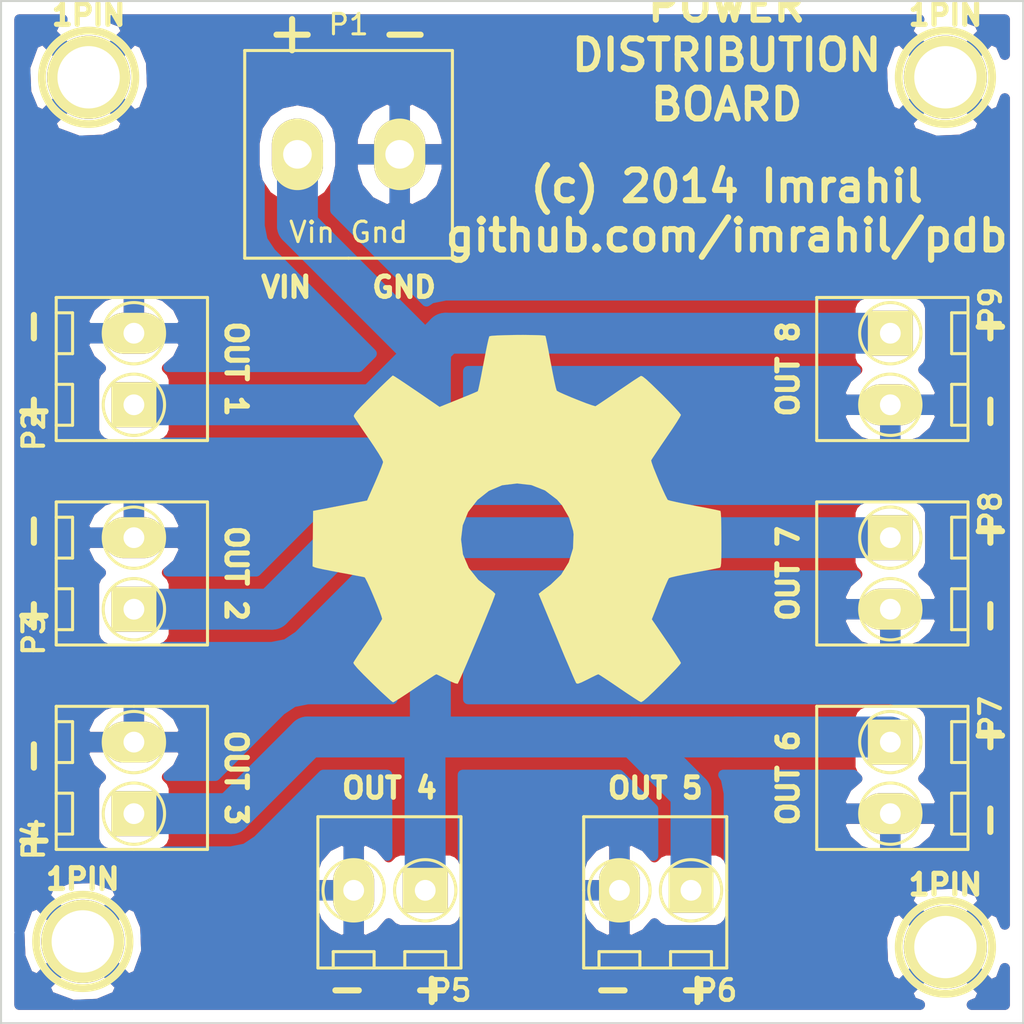
<source format=kicad_pcb>
(kicad_pcb (version 3) (host pcbnew "(2013-07-07 BZR 4022)-stable")

  (general
    (links 20)
    (no_connects 1)
    (area 108.35 119.65 161.65 170.085)
    (thickness 1.6)
    (drawings 24)
    (tracks 22)
    (zones 0)
    (modules 14)
    (nets 3)
  )

  (page A4)
  (title_block 
    (title Rozgałęziacz)
  )

  (layers
    (15 Gorna signal hide)
    (0 Dolna signal)
    (16 B.Adhes user)
    (17 F.Adhes user)
    (18 B.Paste user)
    (19 F.Paste user)
    (20 B.SilkS user)
    (21 F.SilkS user hide)
    (22 B.Mask user)
    (23 F.Mask user)
    (28 Edge.Cuts user)
  )

  (setup
    (last_trace_width 0.254)
    (trace_clearance 0.381)
    (zone_clearance 0.6)
    (zone_45_only no)
    (trace_min 0.254)
    (segment_width 0.2)
    (edge_width 0.1)
    (via_size 0.889)
    (via_drill 0.635)
    (via_min_size 0.889)
    (via_min_drill 0.508)
    (uvia_size 0.508)
    (uvia_drill 0.127)
    (uvias_allowed no)
    (uvia_min_size 0.508)
    (uvia_min_drill 0.127)
    (pcb_text_width 0.3)
    (pcb_text_size 1.5 1.5)
    (mod_edge_width 0.15)
    (mod_text_size 1 1)
    (mod_text_width 0.15)
    (pad_size 4.064 4.064)
    (pad_drill 3.048)
    (pad_to_mask_clearance 0)
    (aux_axis_origin 108 118)
    (visible_elements 7FFF7F6F)
    (pcbplotparams
      (layerselection 285179905)
      (usegerberextensions true)
      (excludeedgelayer true)
      (linewidth 0.150000)
      (plotframeref false)
      (viasonmask false)
      (mode 1)
      (useauxorigin true)
      (hpglpennumber 1)
      (hpglpenspeed 20)
      (hpglpendiameter 15)
      (hpglpenoverlay 2)
      (psnegative false)
      (psa4output false)
      (plotreference false)
      (plotvalue false)
      (plotothertext false)
      (plotinvisibletext false)
      (padsonsilk false)
      (subtractmaskfromsilk false)
      (outputformat 1)
      (mirror false)
      (drillshape 0)
      (scaleselection 1)
      (outputdirectory gerber/))
  )

  (net 0 "")
  (net 1 GND)
  (net 2 VCC)

  (net_class Default "To jest domyślna klasa połączeń."
    (clearance 0.381)
    (trace_width 0.254)
    (via_dia 0.889)
    (via_drill 0.635)
    (uvia_dia 0.508)
    (uvia_drill 0.127)
    (add_net "")
    (add_net GND)
  )

  (net_class power ""
    (clearance 0.381)
    (trace_width 2)
    (via_dia 0.889)
    (via_drill 0.635)
    (uvia_dia 0.508)
    (uvia_drill 0.127)
    (add_net VCC)
  )

  (module TB-3,5x2 (layer Gorna) (tedit 534C4BBD) (tstamp 534C3431)
    (at 116.5 138 90)
    (descr "3,5 mm x5 pinout")
    (tags "CONN 3,5 3.5 TB-3,5 TB")
    (path /534C0956)
    (fp_text reference P2 (at -3 -4.9 90) (layer F.SilkS)
      (effects (font (size 1.016 1.016) (thickness 0.2032)))
    )
    (fp_text value "OUT 1" (at 3.15 4.85 90) (layer F.SilkS) hide
      (effects (font (size 1.016 1.016) (thickness 0.2032)))
    )
    (fp_line (start -3.5 3.6) (end 3.5 3.6) (layer F.SilkS) (width 0.15))
    (fp_line (start -3.5 -3.8) (end 3.5 -3.8) (layer F.SilkS) (width 0.15))
    (fp_line (start 3.5 0) (end 3.5 3.6) (layer F.SilkS) (width 0.15))
    (fp_line (start 3.5 -3.8) (end 3.5 0) (layer F.SilkS) (width 0.15))
    (fp_circle (center -1.75 0) (end -0.25 0) (layer F.SilkS) (width 0.15))
    (fp_circle (center 1.75 0) (end 0.25 0) (layer F.SilkS) (width 0.15))
    (fp_line (start -2.75 -3) (end -0.75 -3) (layer F.SilkS) (width 0.15))
    (fp_line (start -2.75 -3) (end -2.75 -3.8) (layer F.SilkS) (width 0.15))
    (fp_line (start -0.75 -3) (end -0.75 -3.8) (layer F.SilkS) (width 0.15))
    (fp_line (start 2.75 -3) (end 2.75 -3.8) (layer F.SilkS) (width 0.15))
    (fp_line (start 0.75 -3) (end 0.75 -3.8) (layer F.SilkS) (width 0.15))
    (fp_line (start 0.75 -3) (end 2.75 -3) (layer F.SilkS) (width 0.15))
    (fp_line (start -3.5 -3.8) (end -3.5 0) (layer F.SilkS) (width 0.15))
    (fp_line (start -3.5 0) (end -3.5 3.6) (layer F.SilkS) (width 0.15))
    (pad 1 thru_hole rect (at -1.75 0 90) (size 2.2 2.2) (drill 1.016)
      (layers *.Cu *.Mask F.SilkS)
      (net 2 VCC)
    )
    (pad 2 thru_hole oval (at 1.75 0 90) (size 2 3) (drill 1.016)
      (layers *.Cu *.Mask F.SilkS)
      (net 1 GND)
    )
    (model pin_array/pins_array_2x1.wrl
      (at (xyz 0 0 0))
      (scale (xyz 1 1 1))
      (rotate (xyz 0 0 0))
    )
  )

  (module TB-3,5x2 (layer Gorna) (tedit 534C4BC2) (tstamp 534C1FBA)
    (at 116.5 148 90)
    (descr "3,5 mm x5 pinout")
    (tags "CONN 3,5 3.5 TB-3,5 TB")
    (path /534C0965)
    (fp_text reference P3 (at -3 -4.9 90) (layer F.SilkS)
      (effects (font (size 1.016 1.016) (thickness 0.2032)))
    )
    (fp_text value "OUT 2" (at 3.15 4.85 90) (layer F.SilkS) hide
      (effects (font (size 1.016 1.016) (thickness 0.2032)))
    )
    (fp_line (start -3.5 3.6) (end 3.5 3.6) (layer F.SilkS) (width 0.15))
    (fp_line (start -3.5 -3.8) (end 3.5 -3.8) (layer F.SilkS) (width 0.15))
    (fp_line (start 3.5 0) (end 3.5 3.6) (layer F.SilkS) (width 0.15))
    (fp_line (start 3.5 -3.8) (end 3.5 0) (layer F.SilkS) (width 0.15))
    (fp_circle (center -1.75 0) (end -0.25 0) (layer F.SilkS) (width 0.15))
    (fp_circle (center 1.75 0) (end 0.25 0) (layer F.SilkS) (width 0.15))
    (fp_line (start -2.75 -3) (end -0.75 -3) (layer F.SilkS) (width 0.15))
    (fp_line (start -2.75 -3) (end -2.75 -3.8) (layer F.SilkS) (width 0.15))
    (fp_line (start -0.75 -3) (end -0.75 -3.8) (layer F.SilkS) (width 0.15))
    (fp_line (start 2.75 -3) (end 2.75 -3.8) (layer F.SilkS) (width 0.15))
    (fp_line (start 0.75 -3) (end 0.75 -3.8) (layer F.SilkS) (width 0.15))
    (fp_line (start 0.75 -3) (end 2.75 -3) (layer F.SilkS) (width 0.15))
    (fp_line (start -3.5 -3.8) (end -3.5 0) (layer F.SilkS) (width 0.15))
    (fp_line (start -3.5 0) (end -3.5 3.6) (layer F.SilkS) (width 0.15))
    (pad 1 thru_hole rect (at -1.75 0 90) (size 2.2 2.2) (drill 1.016)
      (layers *.Cu *.Mask F.SilkS)
      (net 2 VCC)
    )
    (pad 2 thru_hole oval (at 1.75 0 90) (size 2 3) (drill 1.016)
      (layers *.Cu *.Mask F.SilkS)
      (net 1 GND)
    )
    (model pin_array/pins_array_2x1.wrl
      (at (xyz 0 0 0))
      (scale (xyz 1 1 1))
      (rotate (xyz 0 0 0))
    )
  )

  (module TB-3,5x2 (layer Gorna) (tedit 534C4BCA) (tstamp 534C1FCE)
    (at 116.5 158 90)
    (descr "3,5 mm x5 pinout")
    (tags "CONN 3,5 3.5 TB-3,5 TB")
    (path /534C0974)
    (fp_text reference P4 (at -3 -4.9 90) (layer F.SilkS)
      (effects (font (size 1.016 1.016) (thickness 0.2032)))
    )
    (fp_text value "OUT 3" (at 3.15 4.85 90) (layer F.SilkS) hide
      (effects (font (size 1.016 1.016) (thickness 0.2032)))
    )
    (fp_line (start -3.5 3.6) (end 3.5 3.6) (layer F.SilkS) (width 0.15))
    (fp_line (start -3.5 -3.8) (end 3.5 -3.8) (layer F.SilkS) (width 0.15))
    (fp_line (start 3.5 0) (end 3.5 3.6) (layer F.SilkS) (width 0.15))
    (fp_line (start 3.5 -3.8) (end 3.5 0) (layer F.SilkS) (width 0.15))
    (fp_circle (center -1.75 0) (end -0.25 0) (layer F.SilkS) (width 0.15))
    (fp_circle (center 1.75 0) (end 0.25 0) (layer F.SilkS) (width 0.15))
    (fp_line (start -2.75 -3) (end -0.75 -3) (layer F.SilkS) (width 0.15))
    (fp_line (start -2.75 -3) (end -2.75 -3.8) (layer F.SilkS) (width 0.15))
    (fp_line (start -0.75 -3) (end -0.75 -3.8) (layer F.SilkS) (width 0.15))
    (fp_line (start 2.75 -3) (end 2.75 -3.8) (layer F.SilkS) (width 0.15))
    (fp_line (start 0.75 -3) (end 0.75 -3.8) (layer F.SilkS) (width 0.15))
    (fp_line (start 0.75 -3) (end 2.75 -3) (layer F.SilkS) (width 0.15))
    (fp_line (start -3.5 -3.8) (end -3.5 0) (layer F.SilkS) (width 0.15))
    (fp_line (start -3.5 0) (end -3.5 3.6) (layer F.SilkS) (width 0.15))
    (pad 1 thru_hole rect (at -1.75 0 90) (size 2.2 2.2) (drill 1.016)
      (layers *.Cu *.Mask F.SilkS)
      (net 2 VCC)
    )
    (pad 2 thru_hole oval (at 1.75 0 90) (size 2 3) (drill 1.016)
      (layers *.Cu *.Mask F.SilkS)
      (net 1 GND)
    )
    (model pin_array/pins_array_2x1.wrl
      (at (xyz 0 0 0))
      (scale (xyz 1 1 1))
      (rotate (xyz 0 0 0))
    )
  )

  (module TB-3,5x2 (layer Gorna) (tedit 534C4BD0) (tstamp 534C1FE2)
    (at 129 163.5 180)
    (descr "3,5 mm x5 pinout")
    (tags "CONN 3,5 3.5 TB-3,5 TB")
    (path /534C0983)
    (fp_text reference P5 (at -3 -4.9 180) (layer F.SilkS)
      (effects (font (size 1.016 1.016) (thickness 0.2032)))
    )
    (fp_text value "OUT 4" (at 3.15 4.85 180) (layer F.SilkS) hide
      (effects (font (size 1.016 1.016) (thickness 0.2032)))
    )
    (fp_line (start -3.5 3.6) (end 3.5 3.6) (layer F.SilkS) (width 0.15))
    (fp_line (start -3.5 -3.8) (end 3.5 -3.8) (layer F.SilkS) (width 0.15))
    (fp_line (start 3.5 0) (end 3.5 3.6) (layer F.SilkS) (width 0.15))
    (fp_line (start 3.5 -3.8) (end 3.5 0) (layer F.SilkS) (width 0.15))
    (fp_circle (center -1.75 0) (end -0.25 0) (layer F.SilkS) (width 0.15))
    (fp_circle (center 1.75 0) (end 0.25 0) (layer F.SilkS) (width 0.15))
    (fp_line (start -2.75 -3) (end -0.75 -3) (layer F.SilkS) (width 0.15))
    (fp_line (start -2.75 -3) (end -2.75 -3.8) (layer F.SilkS) (width 0.15))
    (fp_line (start -0.75 -3) (end -0.75 -3.8) (layer F.SilkS) (width 0.15))
    (fp_line (start 2.75 -3) (end 2.75 -3.8) (layer F.SilkS) (width 0.15))
    (fp_line (start 0.75 -3) (end 0.75 -3.8) (layer F.SilkS) (width 0.15))
    (fp_line (start 0.75 -3) (end 2.75 -3) (layer F.SilkS) (width 0.15))
    (fp_line (start -3.5 -3.8) (end -3.5 0) (layer F.SilkS) (width 0.15))
    (fp_line (start -3.5 0) (end -3.5 3.6) (layer F.SilkS) (width 0.15))
    (pad 1 thru_hole rect (at -1.75 0 180) (size 2.2 2.2) (drill 1.016)
      (layers *.Cu *.Mask F.SilkS)
      (net 2 VCC)
    )
    (pad 2 thru_hole oval (at 1.75 0 180) (size 2 3) (drill 1.016)
      (layers *.Cu *.Mask F.SilkS)
      (net 1 GND)
    )
    (model pin_array/pins_array_2x1.wrl
      (at (xyz 0 0 0))
      (scale (xyz 1 1 1))
      (rotate (xyz 0 0 0))
    )
  )

  (module TB-3,5x2 (layer Gorna) (tedit 534C4BD4) (tstamp 534C1FF6)
    (at 142 163.5 180)
    (descr "3,5 mm x5 pinout")
    (tags "CONN 3,5 3.5 TB-3,5 TB")
    (path /534C0992)
    (fp_text reference P6 (at -3 -4.9 180) (layer F.SilkS)
      (effects (font (size 1.016 1.016) (thickness 0.2032)))
    )
    (fp_text value "OUT 5" (at 3.15 4.85 180) (layer F.SilkS) hide
      (effects (font (size 1.016 1.016) (thickness 0.2032)))
    )
    (fp_line (start -3.5 3.6) (end 3.5 3.6) (layer F.SilkS) (width 0.15))
    (fp_line (start -3.5 -3.8) (end 3.5 -3.8) (layer F.SilkS) (width 0.15))
    (fp_line (start 3.5 0) (end 3.5 3.6) (layer F.SilkS) (width 0.15))
    (fp_line (start 3.5 -3.8) (end 3.5 0) (layer F.SilkS) (width 0.15))
    (fp_circle (center -1.75 0) (end -0.25 0) (layer F.SilkS) (width 0.15))
    (fp_circle (center 1.75 0) (end 0.25 0) (layer F.SilkS) (width 0.15))
    (fp_line (start -2.75 -3) (end -0.75 -3) (layer F.SilkS) (width 0.15))
    (fp_line (start -2.75 -3) (end -2.75 -3.8) (layer F.SilkS) (width 0.15))
    (fp_line (start -0.75 -3) (end -0.75 -3.8) (layer F.SilkS) (width 0.15))
    (fp_line (start 2.75 -3) (end 2.75 -3.8) (layer F.SilkS) (width 0.15))
    (fp_line (start 0.75 -3) (end 0.75 -3.8) (layer F.SilkS) (width 0.15))
    (fp_line (start 0.75 -3) (end 2.75 -3) (layer F.SilkS) (width 0.15))
    (fp_line (start -3.5 -3.8) (end -3.5 0) (layer F.SilkS) (width 0.15))
    (fp_line (start -3.5 0) (end -3.5 3.6) (layer F.SilkS) (width 0.15))
    (pad 1 thru_hole rect (at -1.75 0 180) (size 2.2 2.2) (drill 1.016)
      (layers *.Cu *.Mask F.SilkS)
      (net 2 VCC)
    )
    (pad 2 thru_hole oval (at 1.75 0 180) (size 2 3) (drill 1.016)
      (layers *.Cu *.Mask F.SilkS)
      (net 1 GND)
    )
    (model pin_array/pins_array_2x1.wrl
      (at (xyz 0 0 0))
      (scale (xyz 1 1 1))
      (rotate (xyz 0 0 0))
    )
  )

  (module 2PIN-5mm (layer Gorna) (tedit 534C4C02) (tstamp 534C2002)
    (at 127 127.5)
    (descr http://www.tme.eu/pl/Document/2653ae3c3953812721c39bfb18cca9d2/dg128-5.0.pdf)
    (tags 2PIN-5mm)
    (path /534C0946)
    (fp_text reference P1 (at 0 -6.35) (layer F.SilkS)
      (effects (font (size 1 1) (thickness 0.15)))
    )
    (fp_text value "Vin Gnd" (at 0 3.81) (layer F.SilkS)
      (effects (font (size 1 1) (thickness 0.15)))
    )
    (fp_line (start 0 -5.08) (end 5.08 -5.08) (layer F.SilkS) (width 0.15))
    (fp_line (start 5.08 -5.08) (end 5.08 5.08) (layer F.SilkS) (width 0.15))
    (fp_line (start 5.08 5.08) (end 0 5.08) (layer F.SilkS) (width 0.15))
    (fp_line (start 0 5.08) (end -5.08 5.08) (layer F.SilkS) (width 0.15))
    (fp_line (start -5.08 5.08) (end -5.08 -5.08) (layer F.SilkS) (width 0.15))
    (fp_line (start -5.08 -5.08) (end 0 -5.08) (layer F.SilkS) (width 0.15))
    (pad 1 thru_hole oval (at -2.5 0) (size 2.5 3.5) (drill 1.4)
      (layers *.Cu *.Mask F.SilkS)
      (net 2 VCC)
    )
    (pad 2 thru_hole oval (at 2.5 0) (size 2.5 3.5) (drill 1.4)
      (layers *.Cu *.Mask F.SilkS)
      (net 1 GND)
    )
    (model pin_array/pins_array_2x1.wrl
      (at (xyz 0 0 0))
      (scale (xyz 1 1 1))
      (rotate (xyz 0 0 0))
    )
  )

  (module TB-3,5x2 (layer Gorna) (tedit 534C4BDA) (tstamp 534C25CE)
    (at 153.5 158 270)
    (descr "3,5 mm x5 pinout")
    (tags "CONN 3,5 3.5 TB-3,5 TB")
    (path /534C2504)
    (fp_text reference P7 (at -3 -4.9 270) (layer F.SilkS)
      (effects (font (size 1.016 1.016) (thickness 0.2032)))
    )
    (fp_text value "OUT 6" (at 3.15 4.85 270) (layer F.SilkS) hide
      (effects (font (size 1.016 1.016) (thickness 0.2032)))
    )
    (fp_line (start -3.5 3.6) (end 3.5 3.6) (layer F.SilkS) (width 0.15))
    (fp_line (start -3.5 -3.8) (end 3.5 -3.8) (layer F.SilkS) (width 0.15))
    (fp_line (start 3.5 0) (end 3.5 3.6) (layer F.SilkS) (width 0.15))
    (fp_line (start 3.5 -3.8) (end 3.5 0) (layer F.SilkS) (width 0.15))
    (fp_circle (center -1.75 0) (end -0.25 0) (layer F.SilkS) (width 0.15))
    (fp_circle (center 1.75 0) (end 0.25 0) (layer F.SilkS) (width 0.15))
    (fp_line (start -2.75 -3) (end -0.75 -3) (layer F.SilkS) (width 0.15))
    (fp_line (start -2.75 -3) (end -2.75 -3.8) (layer F.SilkS) (width 0.15))
    (fp_line (start -0.75 -3) (end -0.75 -3.8) (layer F.SilkS) (width 0.15))
    (fp_line (start 2.75 -3) (end 2.75 -3.8) (layer F.SilkS) (width 0.15))
    (fp_line (start 0.75 -3) (end 0.75 -3.8) (layer F.SilkS) (width 0.15))
    (fp_line (start 0.75 -3) (end 2.75 -3) (layer F.SilkS) (width 0.15))
    (fp_line (start -3.5 -3.8) (end -3.5 0) (layer F.SilkS) (width 0.15))
    (fp_line (start -3.5 0) (end -3.5 3.6) (layer F.SilkS) (width 0.15))
    (pad 1 thru_hole rect (at -1.75 0 270) (size 2.2 2.2) (drill 1.016)
      (layers *.Cu *.Mask F.SilkS)
      (net 2 VCC)
    )
    (pad 2 thru_hole oval (at 1.75 0 270) (size 2 3) (drill 1.016)
      (layers *.Cu *.Mask F.SilkS)
      (net 1 GND)
    )
    (model pin_array/pins_array_2x1.wrl
      (at (xyz 0 0 0))
      (scale (xyz 1 1 1))
      (rotate (xyz 0 0 0))
    )
  )

  (module TB-3,5x2 (layer Gorna) (tedit 534C4BDE) (tstamp 534C25E2)
    (at 153.5 148 270)
    (descr "3,5 mm x5 pinout")
    (tags "CONN 3,5 3.5 TB-3,5 TB")
    (path /534C250A)
    (fp_text reference P8 (at -3 -4.9 270) (layer F.SilkS)
      (effects (font (size 1.016 1.016) (thickness 0.2032)))
    )
    (fp_text value "OUT 7" (at 3.15 4.85 270) (layer F.SilkS) hide
      (effects (font (size 1.016 1.016) (thickness 0.2032)))
    )
    (fp_line (start -3.5 3.6) (end 3.5 3.6) (layer F.SilkS) (width 0.15))
    (fp_line (start -3.5 -3.8) (end 3.5 -3.8) (layer F.SilkS) (width 0.15))
    (fp_line (start 3.5 0) (end 3.5 3.6) (layer F.SilkS) (width 0.15))
    (fp_line (start 3.5 -3.8) (end 3.5 0) (layer F.SilkS) (width 0.15))
    (fp_circle (center -1.75 0) (end -0.25 0) (layer F.SilkS) (width 0.15))
    (fp_circle (center 1.75 0) (end 0.25 0) (layer F.SilkS) (width 0.15))
    (fp_line (start -2.75 -3) (end -0.75 -3) (layer F.SilkS) (width 0.15))
    (fp_line (start -2.75 -3) (end -2.75 -3.8) (layer F.SilkS) (width 0.15))
    (fp_line (start -0.75 -3) (end -0.75 -3.8) (layer F.SilkS) (width 0.15))
    (fp_line (start 2.75 -3) (end 2.75 -3.8) (layer F.SilkS) (width 0.15))
    (fp_line (start 0.75 -3) (end 0.75 -3.8) (layer F.SilkS) (width 0.15))
    (fp_line (start 0.75 -3) (end 2.75 -3) (layer F.SilkS) (width 0.15))
    (fp_line (start -3.5 -3.8) (end -3.5 0) (layer F.SilkS) (width 0.15))
    (fp_line (start -3.5 0) (end -3.5 3.6) (layer F.SilkS) (width 0.15))
    (pad 1 thru_hole rect (at -1.75 0 270) (size 2.2 2.2) (drill 1.016)
      (layers *.Cu *.Mask F.SilkS)
      (net 2 VCC)
    )
    (pad 2 thru_hole oval (at 1.75 0 270) (size 2 3) (drill 1.016)
      (layers *.Cu *.Mask F.SilkS)
      (net 1 GND)
    )
    (model pin_array/pins_array_2x1.wrl
      (at (xyz 0 0 0))
      (scale (xyz 1 1 1))
      (rotate (xyz 0 0 0))
    )
  )

  (module TB-3,5x2 (layer Gorna) (tedit 534C4BE3) (tstamp 534C2663)
    (at 153.5 138 270)
    (descr "3,5 mm x5 pinout")
    (tags "CONN 3,5 3.5 TB-3,5 TB")
    (path /534C26AC)
    (fp_text reference P9 (at -3 -4.9 270) (layer F.SilkS)
      (effects (font (size 1.016 1.016) (thickness 0.2032)))
    )
    (fp_text value "OUT 8" (at 3.15 4.85 270) (layer F.SilkS) hide
      (effects (font (size 1.016 1.016) (thickness 0.2032)))
    )
    (fp_line (start -3.5 3.6) (end 3.5 3.6) (layer F.SilkS) (width 0.15))
    (fp_line (start -3.5 -3.8) (end 3.5 -3.8) (layer F.SilkS) (width 0.15))
    (fp_line (start 3.5 0) (end 3.5 3.6) (layer F.SilkS) (width 0.15))
    (fp_line (start 3.5 -3.8) (end 3.5 0) (layer F.SilkS) (width 0.15))
    (fp_circle (center -1.75 0) (end -0.25 0) (layer F.SilkS) (width 0.15))
    (fp_circle (center 1.75 0) (end 0.25 0) (layer F.SilkS) (width 0.15))
    (fp_line (start -2.75 -3) (end -0.75 -3) (layer F.SilkS) (width 0.15))
    (fp_line (start -2.75 -3) (end -2.75 -3.8) (layer F.SilkS) (width 0.15))
    (fp_line (start -0.75 -3) (end -0.75 -3.8) (layer F.SilkS) (width 0.15))
    (fp_line (start 2.75 -3) (end 2.75 -3.8) (layer F.SilkS) (width 0.15))
    (fp_line (start 0.75 -3) (end 0.75 -3.8) (layer F.SilkS) (width 0.15))
    (fp_line (start 0.75 -3) (end 2.75 -3) (layer F.SilkS) (width 0.15))
    (fp_line (start -3.5 -3.8) (end -3.5 0) (layer F.SilkS) (width 0.15))
    (fp_line (start -3.5 0) (end -3.5 3.6) (layer F.SilkS) (width 0.15))
    (pad 1 thru_hole rect (at -1.75 0 270) (size 2.2 2.2) (drill 1.016)
      (layers *.Cu *.Mask F.SilkS)
      (net 2 VCC)
    )
    (pad 2 thru_hole oval (at 1.75 0 270) (size 2 3) (drill 1.016)
      (layers *.Cu *.Mask F.SilkS)
      (net 1 GND)
    )
    (model pin_array/pins_array_2x1.wrl
      (at (xyz 0 0 0))
      (scale (xyz 1 1 1))
      (rotate (xyz 0 0 0))
    )
  )

  (module 1pin (layer Gorna) (tedit 534C4D03) (tstamp 534D07AA)
    (at 114.285 123.73)
    (descr "module 1 pin (ou trou mecanique de percage)")
    (tags DEV)
    (path 1pin)
    (fp_text reference 1PIN (at 0 -3.048) (layer F.SilkS)
      (effects (font (size 1.016 1.016) (thickness 0.254)))
    )
    (fp_text value P*** (at 0 2.794) (layer F.SilkS) hide
      (effects (font (size 1.016 1.016) (thickness 0.254)))
    )
    (fp_circle (center 0 0) (end 0 -2.286) (layer F.SilkS) (width 0.381))
    (pad 1 thru_hole circle (at 0 0) (size 4.064 4.064) (drill 3.048)
      (layers *.Cu *.Mask F.SilkS)
      (net 1 GND)
    )
  )

  (module 1pin (layer Gorna) (tedit 534C4CC6) (tstamp 534D07BC)
    (at 156.195 123.73)
    (descr "module 1 pin (ou trou mecanique de percage)")
    (tags DEV)
    (path 1pin)
    (fp_text reference 1PIN (at 0 -3.048) (layer F.SilkS)
      (effects (font (size 1.016 1.016) (thickness 0.254)))
    )
    (fp_text value P*** (at 0 2.794) (layer F.SilkS) hide
      (effects (font (size 1.016 1.016) (thickness 0.254)))
    )
    (fp_circle (center 0 0) (end 0 -2.286) (layer F.SilkS) (width 0.381))
    (pad 1 thru_hole circle (at 0 0) (size 4.064 4.064) (drill 3.048)
      (layers *.Cu *.Mask F.SilkS)
      (net 1 GND)
    )
  )

  (module 1pin (layer Gorna) (tedit 534C4EC5) (tstamp 534D07F7)
    (at 156.195 166.275)
    (descr "module 1 pin (ou trou mecanique de percage)")
    (tags DEV)
    (path 1pin)
    (fp_text reference 1PIN (at 0 -3.048) (layer F.SilkS)
      (effects (font (size 1.016 1.016) (thickness 0.254)))
    )
    (fp_text value P*** (at 0 2.794) (layer F.SilkS) hide
      (effects (font (size 1.016 1.016) (thickness 0.254)))
    )
    (fp_circle (center 0 0) (end 0 -2.286) (layer F.SilkS) (width 0.381))
    (pad 1 thru_hole circle (at 0 0) (size 4.064 4.064) (drill 3.048)
      (layers *.Cu *.Mask F.SilkS)
      (net 1 GND)
    )
  )

  (module 1pin (layer Gorna) (tedit 534C4EC1) (tstamp 534D0882)
    (at 114 166)
    (descr "module 1 pin (ou trou mecanique de percage)")
    (tags DEV)
    (path 1pin)
    (fp_text reference 1PIN (at 0 -3.048) (layer F.SilkS)
      (effects (font (size 1.016 1.016) (thickness 0.254)))
    )
    (fp_text value P*** (at 0 2.794) (layer F.SilkS) hide
      (effects (font (size 1.016 1.016) (thickness 0.254)))
    )
    (fp_circle (center 0 0) (end 0 -2.286) (layer F.SilkS) (width 0.381))
    (pad 1 thru_hole circle (at 0 0) (size 4.064 4.064) (drill 3.048)
      (layers *.Cu *.Mask F.SilkS)
      (net 1 GND)
    )
  )

  (module OSHW-logo_silkscreen-front_20mm (layer Gorna) (tedit 0) (tstamp 53548233)
    (at 135.24 145.32)
    (fp_text reference G*** (at 0 10.60704) (layer F.SilkS) hide
      (effects (font (size 0.91186 0.91186) (thickness 0.18034)))
    )
    (fp_text value OSHW-logo_silkscreen-front_20mm (at 0 -10.60704) (layer F.SilkS) hide
      (effects (font (size 0.91186 0.91186) (thickness 0.18034)))
    )
    (fp_poly (pts (xy -6.06298 8.98398) (xy -5.95884 8.9281) (xy -5.72262 8.78078) (xy -5.38988 8.56234)
      (xy -4.99618 8.29818) (xy -4.59994 8.03148) (xy -4.27228 7.81304) (xy -4.04622 7.66572)
      (xy -3.9497 7.61238) (xy -3.8989 7.63016) (xy -3.71094 7.7216) (xy -3.43662 7.86384)
      (xy -3.27914 7.94766) (xy -3.02768 8.05434) (xy -2.90322 8.0772) (xy -2.8829 8.04164)
      (xy -2.79146 7.85114) (xy -2.64668 7.52348) (xy -2.45872 7.08914) (xy -2.24282 6.58114)
      (xy -2.01168 6.03504) (xy -1.778 5.47624) (xy -1.55702 4.94284) (xy -1.36144 4.46532)
      (xy -1.20396 4.0767) (xy -1.10236 3.80492) (xy -1.06426 3.68808) (xy -1.07442 3.66522)
      (xy -1.20142 3.5433) (xy -1.41986 3.3782) (xy -1.8923 2.99466) (xy -2.35966 2.41046)
      (xy -2.64414 1.74752) (xy -2.73812 1.01346) (xy -2.65684 0.3302) (xy -2.39014 -0.32766)
      (xy -1.93294 -0.91694) (xy -1.37922 -1.35636) (xy -0.72898 -1.63322) (xy -0.00254 -1.72212)
      (xy 0.6985 -1.64338) (xy 1.36906 -1.37922) (xy 1.95834 -0.92964) (xy 2.20472 -0.64262)
      (xy 2.55016 -0.04572) (xy 2.74574 0.5969) (xy 2.76606 0.75946) (xy 2.73812 1.4605)
      (xy 2.52984 2.1336) (xy 2.159 2.73812) (xy 1.64338 3.23088) (xy 1.57988 3.2766)
      (xy 1.34112 3.4544) (xy 1.1811 3.57632) (xy 1.05664 3.68046) (xy 1.95072 5.83184)
      (xy 2.09296 6.17474) (xy 2.3368 6.76402) (xy 2.55524 7.26948) (xy 2.72542 7.67334)
      (xy 2.8448 7.94258) (xy 2.89814 8.0518) (xy 2.90322 8.05688) (xy 2.98196 8.07212)
      (xy 3.14706 8.01116) (xy 3.44678 7.86638) (xy 3.6449 7.76478) (xy 3.8735 7.65302)
      (xy 3.97764 7.61238) (xy 4.064 7.66064) (xy 4.28498 7.80288) (xy 4.60502 8.01624)
      (xy 4.98856 8.27786) (xy 5.35432 8.52678) (xy 5.69214 8.7503) (xy 5.93852 8.90778)
      (xy 6.0579 8.97128) (xy 6.07568 8.97128) (xy 6.18236 8.91286) (xy 6.3754 8.7503)
      (xy 6.67004 8.47344) (xy 7.08406 8.0645) (xy 7.14756 8.001) (xy 7.48792 7.65302)
      (xy 7.76478 7.36346) (xy 7.9502 7.15518) (xy 8.01878 7.0612) (xy 8.01878 7.0612)
      (xy 7.95782 6.94436) (xy 7.80288 6.70052) (xy 7.57936 6.35762) (xy 7.30504 5.95884)
      (xy 6.59384 4.92252) (xy 6.985 3.94462) (xy 7.10438 3.6449) (xy 7.25678 3.28168)
      (xy 7.37108 3.0226) (xy 7.4295 2.91084) (xy 7.53618 2.87274) (xy 7.80288 2.80924)
      (xy 8.1915 2.72796) (xy 8.65378 2.6416) (xy 9.0932 2.56032) (xy 9.49198 2.48666)
      (xy 9.779 2.42824) (xy 9.90854 2.40284) (xy 9.93902 2.38506) (xy 9.96696 2.32156)
      (xy 9.9822 2.18694) (xy 9.99236 1.94564) (xy 9.99744 1.56464) (xy 9.99744 1.01346)
      (xy 9.99744 0.9525) (xy 9.99236 0.42672) (xy 9.98474 0.00762) (xy 9.9695 -0.26924)
      (xy 9.95172 -0.37592) (xy 9.94918 -0.37846) (xy 9.82472 -0.40894) (xy 9.54532 -0.46736)
      (xy 9.14654 -0.5461) (xy 8.67156 -0.635) (xy 8.64362 -0.64262) (xy 8.16864 -0.73152)
      (xy 7.7724 -0.81534) (xy 7.49554 -0.87884) (xy 7.3787 -0.9144) (xy 7.3533 -0.94996)
      (xy 7.25932 -1.13284) (xy 7.12216 -1.42748) (xy 6.96468 -1.78562) (xy 6.81228 -2.15646)
      (xy 6.67766 -2.4892) (xy 6.58876 -2.74066) (xy 6.56082 -2.85242) (xy 6.56336 -2.85496)
      (xy 6.63448 -2.96926) (xy 6.79704 -3.2131) (xy 7.02564 -3.55346) (xy 7.3025 -3.95732)
      (xy 7.32282 -3.9878) (xy 7.5946 -4.38658) (xy 7.81558 -4.7244) (xy 7.9629 -4.9657)
      (xy 8.01878 -5.07492) (xy 8.01624 -5.08254) (xy 7.92734 -5.20192) (xy 7.7216 -5.42798)
      (xy 7.43204 -5.73278) (xy 7.08152 -6.08584) (xy 6.96976 -6.19506) (xy 6.58114 -6.57352)
      (xy 6.3119 -6.82244) (xy 6.14426 -6.95452) (xy 6.06298 -6.985) (xy 6.06044 -6.98246)
      (xy 5.93852 -6.9088) (xy 5.68706 -6.74624) (xy 5.34416 -6.51256) (xy 4.93776 -6.23824)
      (xy 4.90982 -6.21792) (xy 4.51104 -5.94614) (xy 4.1783 -5.72262) (xy 3.94208 -5.56514)
      (xy 3.83794 -5.50164) (xy 3.82016 -5.50164) (xy 3.6576 -5.5499) (xy 3.37312 -5.64896)
      (xy 3.0226 -5.78612) (xy 2.6543 -5.93344) (xy 2.31902 -6.07568) (xy 2.06502 -6.18998)
      (xy 1.94564 -6.25856) (xy 1.9431 -6.26364) (xy 1.89992 -6.40588) (xy 1.83134 -6.7056)
      (xy 1.74752 -7.11708) (xy 1.65354 -7.6073) (xy 1.6383 -7.68604) (xy 1.5494 -8.16356)
      (xy 1.4732 -8.55472) (xy 1.41732 -8.82904) (xy 1.38938 -8.9408) (xy 1.32334 -8.95604)
      (xy 1.08712 -8.97382) (xy 0.73152 -8.98144) (xy 0.30226 -8.98652) (xy -0.1524 -8.98398)
      (xy -0.59436 -8.97382) (xy -0.97282 -8.96112) (xy -1.24206 -8.94334) (xy -1.35382 -8.92048)
      (xy -1.3589 -8.91286) (xy -1.39954 -8.76554) (xy -1.46558 -8.46582) (xy -1.5494 -8.0518)
      (xy -1.64338 -7.56158) (xy -1.66116 -7.47522) (xy -1.75006 -7.00024) (xy -1.8288 -6.60908)
      (xy -1.88722 -6.34238) (xy -1.9177 -6.2357) (xy -1.96088 -6.21284) (xy -2.15646 -6.12902)
      (xy -2.47396 -5.99694) (xy -2.8702 -5.83692) (xy -3.78714 -5.46608) (xy -4.90728 -6.2357)
      (xy -5.01142 -6.30428) (xy -5.41528 -6.5786) (xy -5.74548 -6.79958) (xy -5.97662 -6.94944)
      (xy -6.07314 -7.00278) (xy -6.08076 -7.00024) (xy -6.19252 -6.90118) (xy -6.4135 -6.6929)
      (xy -6.7183 -6.39826) (xy -7.07136 -6.0452) (xy -7.33298 -5.78358) (xy -7.64286 -5.46862)
      (xy -7.83844 -5.2578) (xy -7.94512 -5.12064) (xy -7.98322 -5.03936) (xy -7.97306 -4.98348)
      (xy -7.90194 -4.86918) (xy -7.73684 -4.6228) (xy -7.5057 -4.28244) (xy -7.23138 -3.8862)
      (xy -7.00786 -3.55346) (xy -6.76402 -3.17754) (xy -6.604 -2.9083) (xy -6.55066 -2.77622)
      (xy -6.56336 -2.72288) (xy -6.6421 -2.5019) (xy -6.77672 -2.16916) (xy -6.94436 -1.77546)
      (xy -7.33552 -0.88646) (xy -7.91718 -0.7747) (xy -8.27024 -0.70612) (xy -8.763 -0.61214)
      (xy -9.23544 -0.5207) (xy -9.97458 -0.37846) (xy -9.99998 2.33426) (xy -9.88568 2.38252)
      (xy -9.77646 2.413) (xy -9.50214 2.47396) (xy -9.11352 2.55016) (xy -8.65378 2.63906)
      (xy -8.26008 2.71018) (xy -7.86638 2.78638) (xy -7.5819 2.83972) (xy -7.45744 2.86766)
      (xy -7.42442 2.91084) (xy -7.32536 3.10134) (xy -7.18566 3.40614) (xy -7.02818 3.7719)
      (xy -6.8707 4.15036) (xy -6.731 4.50088) (xy -6.63448 4.76758) (xy -6.59638 4.90474)
      (xy -6.65226 5.00888) (xy -6.79958 5.24256) (xy -7.01802 5.57276) (xy -7.28726 5.96646)
      (xy -7.5565 6.35762) (xy -7.78256 6.6929) (xy -7.94004 6.9342) (xy -8.00608 7.04596)
      (xy -7.97306 7.11962) (xy -7.81558 7.31012) (xy -7.52094 7.61746) (xy -7.07898 8.05434)
      (xy -7.00786 8.12292) (xy -6.65734 8.46074) (xy -6.36016 8.73252) (xy -6.15442 8.91794)
      (xy -6.06298 8.98398)) (layer F.SilkS) (width 0.00254))
  )

  (gr_text "+  -" (at 127 121.5) (layer F.SilkS)
    (effects (font (size 2 2) (thickness 0.3)))
  )
  (gr_text "VIN    GND" (at 127 134) (layer F.SilkS)
    (effects (font (size 1 1) (thickness 0.25)))
  )
  (gr_text "+  -" (at 158.5 138 270) (layer F.SilkS)
    (effects (font (size 1.5 1.5) (thickness 0.3)))
  )
  (gr_text "+  -" (at 158.5 148 270) (layer F.SilkS)
    (effects (font (size 1.5 1.5) (thickness 0.3)))
  )
  (gr_text "+  -" (at 158.5 158 270) (layer F.SilkS)
    (effects (font (size 1.5 1.5) (thickness 0.3)))
  )
  (gr_text "+  -" (at 142 168.5 180) (layer F.SilkS)
    (effects (font (size 1.5 1.5) (thickness 0.3)))
  )
  (gr_text "+  -" (at 129 168.5 180) (layer F.SilkS)
    (effects (font (size 1.5 1.5) (thickness 0.3)))
  )
  (gr_text "+  -" (at 111.5 159 90) (layer F.SilkS)
    (effects (font (size 1.5 1.5) (thickness 0.3)))
  )
  (gr_text "+  -" (at 111.5 148 90) (layer F.SilkS)
    (effects (font (size 1.5 1.5) (thickness 0.3)))
  )
  (gr_text "+  -" (at 111.5 138 90) (layer F.SilkS)
    (effects (font (size 1.5 1.5) (thickness 0.3)))
  )
  (gr_text "(c) 2014 Imrahil\ngithub.com/imrahil/pdb" (at 145.495 130.27) (layer F.SilkS)
    (effects (font (size 1.5 1.5) (thickness 0.3)))
  )
  (gr_text "POWER\nDISTRIBUTION\nBOARD" (at 145.495 122.65) (layer F.SilkS)
    (effects (font (size 1.5 1.5) (thickness 0.3)))
  )
  (gr_text "OUT 5" (at 142 158.5) (layer F.SilkS)
    (effects (font (size 1 1) (thickness 0.25)))
  )
  (gr_text "OUT 4" (at 129 158.5) (layer F.SilkS)
    (effects (font (size 1 1) (thickness 0.25)))
  )
  (gr_text "OUT 3" (at 121.5 158 270) (layer F.SilkS)
    (effects (font (size 1 1) (thickness 0.25)))
  )
  (gr_text "OUT 2" (at 121.5 148 270) (layer F.SilkS)
    (effects (font (size 1 1) (thickness 0.25)))
  )
  (gr_text "OUT 1" (at 121.5 138 270) (layer F.SilkS)
    (effects (font (size 1 1) (thickness 0.25)))
  )
  (gr_text "OUT 6" (at 148.5 158 90) (layer F.SilkS)
    (effects (font (size 1 1) (thickness 0.25)))
  )
  (gr_text "OUT 7" (at 148.5 148 90) (layer F.SilkS)
    (effects (font (size 1 1) (thickness 0.25)))
  )
  (gr_text "OUT 8" (at 148.5 138 90) (layer F.SilkS)
    (effects (font (size 1 1) (thickness 0.25)))
  )
  (gr_line (start 160 170) (end 110 170) (angle 90) (layer Edge.Cuts) (width 0.1))
  (gr_line (start 160 120) (end 160 170) (angle 90) (layer Edge.Cuts) (width 0.1))
  (gr_line (start 110 120) (end 160 120) (angle 90) (layer Edge.Cuts) (width 0.1))
  (gr_line (start 110 120) (end 110 170) (angle 90) (layer Edge.Cuts) (width 0.1))

  (segment (start 153.5 136.25) (end 131.75 136.25) (width 2) (layer Dolna) (net 2))
  (segment (start 131.75 136.25) (end 131 137) (width 2) (layer Dolna) (net 2) (tstamp 53548466))
  (segment (start 124.5 127.5) (end 124.5 131) (width 2) (layer Dolna) (net 2))
  (segment (start 124.5 131) (end 131 137.5) (width 2) (layer Dolna) (net 2) (tstamp 53548455))
  (segment (start 143.75 163.5) (end 143.75 158.75) (width 2) (layer Dolna) (net 2))
  (segment (start 143.75 158.75) (end 141 156) (width 2) (layer Dolna) (net 2) (tstamp 53548429))
  (segment (start 116.5 159.75) (end 121.25 159.75) (width 2) (layer Dolna) (net 2) (status 10))
  (segment (start 125 156) (end 131 156) (width 2) (layer Dolna) (net 2))
  (segment (start 121.25 159.75) (end 125 156) (width 2) (layer Dolna) (net 2) (tstamp 53548357))
  (segment (start 130.75 163.5) (end 130.735 156.265) (width 2) (layer Dolna) (net 2) (status 10))
  (segment (start 130.735 156.265) (end 131 156) (width 2) (layer Dolna) (net 2) (tstamp 53548339))
  (segment (start 141 156) (end 131 156) (width 2) (layer Dolna) (net 2))
  (segment (start 131 156) (end 131 137.5) (width 2) (layer Dolna) (net 2))
  (segment (start 131 137.5) (end 131 137) (width 2) (layer Dolna) (net 2) (tstamp 53548458))
  (segment (start 116.5 139.75) (end 128.25 139.75) (width 2) (layer Dolna) (net 2) (status 10))
  (segment (start 128.25 139.75) (end 131 137) (width 2) (layer Dolna) (net 2) (tstamp 53548325))
  (segment (start 116.5 149.75) (end 123.25 149.75) (width 2) (layer Dolna) (net 2) (status 10))
  (segment (start 126.75 146.25) (end 131.553338 146.25) (width 2) (layer Dolna) (net 2) (tstamp 534D0922))
  (segment (start 123.25 149.75) (end 126.75 146.25) (width 2) (layer Dolna) (net 2) (tstamp 534D0921))
  (segment (start 153.5 146.25) (end 131.553338 146.25) (width 2) (layer Dolna) (net 2) (status 10))
  (segment (start 146 156) (end 141 156) (width 2) (layer Dolna) (net 2) (tstamp 534C301D))
  (segment (start 153.5 156) (end 146 156) (width 2) (layer Dolna) (net 2) (tstamp 534D086D) (status 10))

  (zone (net 1) (net_name GND) (layer Dolna) (tstamp 53548283) (hatch edge 0.508)
    (connect_pads (clearance 0.6))
    (min_thickness 0.5)
    (fill (arc_segments 16) (thermal_gap 0.8) (thermal_bridge_width 1))
    (polygon
      (pts
        (xy 110 120) (xy 110 170) (xy 160 170) (xy 160 120)
      )
    )
    (filled_polygon
      (pts
        (xy 159.1 169.1) (xy 157.48659 169.1) (xy 157.833935 168.956125) (xy 158.046918 168.480471) (xy 156.195 166.628553)
        (xy 155.841447 166.982106) (xy 155.841447 166.275) (xy 153.989529 164.423082) (xy 153.513875 164.636065) (xy 153.25 165.353761)
        (xy 153.25 161.8) (xy 153.25 160) (xy 151.230069 160) (xy 151.029461 160.315219) (xy 151.373654 161.022792)
        (xy 151.984529 161.548282) (xy 152.75 161.8) (xy 153.25 161.8) (xy 153.25 165.353761) (xy 153.090769 165.786844)
        (xy 153.140256 167.01194) (xy 153.513875 167.913935) (xy 153.989529 168.126918) (xy 155.841447 166.275) (xy 155.841447 166.982106)
        (xy 154.343082 168.480471) (xy 154.556065 168.956125) (xy 154.947381 169.1) (xy 140 169.1) (xy 140 165.769931)
        (xy 140 163.75) (xy 140 163.25) (xy 140 161.230069) (xy 139.684781 161.029461) (xy 138.977208 161.373654)
        (xy 138.451718 161.984529) (xy 138.2 162.75) (xy 138.2 163.25) (xy 140 163.25) (xy 140 163.75)
        (xy 138.2 163.75) (xy 138.2 164.25) (xy 138.451718 165.015471) (xy 138.977208 165.626346) (xy 139.684781 165.970539)
        (xy 140 165.769931) (xy 140 169.1) (xy 127 169.1) (xy 127 165.769931) (xy 127 163.75)
        (xy 127 163.25) (xy 127 161.230069) (xy 126.684781 161.029461) (xy 125.977208 161.373654) (xy 125.451718 161.984529)
        (xy 125.2 162.75) (xy 125.2 163.25) (xy 127 163.25) (xy 127 163.75) (xy 125.2 163.75)
        (xy 125.2 164.25) (xy 125.451718 165.015471) (xy 125.977208 165.626346) (xy 126.684781 165.970539) (xy 127 165.769931)
        (xy 127 169.1) (xy 117.104231 169.1) (xy 117.104231 166.488156) (xy 117.054744 165.26306) (xy 116.681125 164.361065)
        (xy 116.205471 164.148082) (xy 115.851918 164.501635) (xy 115.851918 163.794529) (xy 115.638935 163.318875) (xy 114.488156 162.895769)
        (xy 113.26306 162.945256) (xy 112.361065 163.318875) (xy 112.148082 163.794529) (xy 114 165.646447) (xy 115.851918 163.794529)
        (xy 115.851918 164.501635) (xy 114.353553 166) (xy 116.205471 167.851918) (xy 116.681125 167.638935) (xy 117.104231 166.488156)
        (xy 117.104231 169.1) (xy 113.616586 169.1) (xy 114.73694 169.054744) (xy 115.638935 168.681125) (xy 115.851918 168.205471)
        (xy 114 166.353553) (xy 112.148082 168.205471) (xy 112.361065 168.681125) (xy 113.500336 169.1) (xy 110.9 169.1)
        (xy 110.9 165.616586) (xy 110.945256 166.73694) (xy 111.318875 167.638935) (xy 111.794529 167.851918) (xy 113.646447 166)
        (xy 111.794529 164.148082) (xy 111.318875 164.361065) (xy 110.9 165.500336) (xy 110.9 120.9) (xy 113.00548 120.9)
        (xy 112.646065 121.048875) (xy 112.433082 121.524529) (xy 114.285 123.376447) (xy 116.136918 121.524529) (xy 115.923935 121.048875)
        (xy 115.519019 120.9) (xy 154.91548 120.9) (xy 154.556065 121.048875) (xy 154.343082 121.524529) (xy 156.195 123.376447)
        (xy 158.046918 121.524529) (xy 157.833935 121.048875) (xy 157.429019 120.9) (xy 159.1 120.9) (xy 159.1 122.631546)
        (xy 158.876125 122.091065) (xy 158.400471 121.878082) (xy 156.548553 123.73) (xy 158.400471 125.581918) (xy 158.876125 125.368935)
        (xy 159.1 124.760031) (xy 159.1 165.176546) (xy 158.876125 164.636065) (xy 158.400471 164.423082) (xy 158.046918 164.776635)
        (xy 158.046918 164.069529) (xy 158.046918 125.935471) (xy 156.195 124.083553) (xy 155.841447 124.437106) (xy 155.841447 123.73)
        (xy 153.989529 121.878082) (xy 153.513875 122.091065) (xy 153.090769 123.241844) (xy 153.140256 124.46694) (xy 153.513875 125.368935)
        (xy 153.989529 125.581918) (xy 155.841447 123.73) (xy 155.841447 124.437106) (xy 154.343082 125.935471) (xy 154.556065 126.411125)
        (xy 155.706844 126.834231) (xy 156.93194 126.784744) (xy 157.833935 126.411125) (xy 158.046918 125.935471) (xy 158.046918 164.069529)
        (xy 157.833935 163.593875) (xy 156.683156 163.170769) (xy 155.970539 163.199554) (xy 155.970539 160.315219) (xy 155.970539 159.184781)
        (xy 155.970539 150.315219) (xy 155.769931 150) (xy 153.75 150) (xy 153.75 151.8) (xy 154.25 151.8)
        (xy 155.015471 151.548282) (xy 155.626346 151.022792) (xy 155.970539 150.315219) (xy 155.970539 159.184781) (xy 155.626346 158.477208)
        (xy 155.114783 158.037148) (xy 155.320175 157.832115) (xy 155.449852 157.519817) (xy 155.450147 157.181666) (xy 155.450147 154.981666)
        (xy 155.321015 154.669142) (xy 155.082115 154.429825) (xy 154.769817 154.300148) (xy 154.431666 154.299853) (xy 154.221478 154.299853)
        (xy 154.207964 154.290823) (xy 153.5 154.15) (xy 153.25 154.15) (xy 153.25 151.8) (xy 153.25 150)
        (xy 151.230069 150) (xy 151.029461 150.315219) (xy 151.373654 151.022792) (xy 151.984529 151.548282) (xy 152.75 151.8)
        (xy 153.25 151.8) (xy 153.25 154.15) (xy 146 154.15) (xy 141.000005 154.15) (xy 141 154.149999)
        (xy 140.999994 154.15) (xy 132.85 154.15) (xy 132.85 148.1) (xy 151.812153 148.1) (xy 151.373654 148.477208)
        (xy 151.029461 149.184781) (xy 151.230069 149.5) (xy 153.25 149.5) (xy 153.25 149.48) (xy 153.75 149.48)
        (xy 153.75 149.5) (xy 155.769931 149.5) (xy 155.970539 149.184781) (xy 155.970539 140.315219) (xy 155.769931 140)
        (xy 153.75 140) (xy 153.75 141.8) (xy 154.25 141.8) (xy 155.015471 141.548282) (xy 155.626346 141.022792)
        (xy 155.970539 140.315219) (xy 155.970539 149.184781) (xy 155.626346 148.477208) (xy 155.114783 148.037148) (xy 155.320175 147.832115)
        (xy 155.449852 147.519817) (xy 155.450147 147.181666) (xy 155.450147 144.981666) (xy 155.321015 144.669142) (xy 155.082115 144.429825)
        (xy 154.769817 144.300148) (xy 154.431666 144.299853) (xy 153.25 144.299853) (xy 153.25 141.8) (xy 153.25 140)
        (xy 151.230069 140) (xy 151.029461 140.315219) (xy 151.373654 141.022792) (xy 151.984529 141.548282) (xy 152.75 141.8)
        (xy 153.25 141.8) (xy 153.25 144.299853) (xy 152.231666 144.299853) (xy 151.989291 144.4) (xy 132.85 144.4)
        (xy 132.85 138.1) (xy 151.812153 138.1) (xy 151.373654 138.477208) (xy 151.029461 139.184781) (xy 151.230069 139.5)
        (xy 153.25 139.5) (xy 153.25 139.48) (xy 153.75 139.48) (xy 153.75 139.5) (xy 155.769931 139.5)
        (xy 155.970539 139.184781) (xy 155.626346 138.477208) (xy 155.114783 138.037148) (xy 155.320175 137.832115) (xy 155.449852 137.519817)
        (xy 155.450147 137.181666) (xy 155.450147 134.981666) (xy 155.321015 134.669142) (xy 155.082115 134.429825) (xy 154.769817 134.300148)
        (xy 154.431666 134.299853) (xy 152.231666 134.299853) (xy 151.989291 134.4) (xy 131.8 134.4) (xy 131.8 128.25)
        (xy 131.8 127.75) (xy 131.8 127.25) (xy 131.8 126.75) (xy 131.529252 125.888858) (xy 130.949569 125.196878)
        (xy 130.104589 124.780886) (xy 129.75 124.977896) (xy 129.75 127.25) (xy 131.8 127.25) (xy 131.8 127.75)
        (xy 129.75 127.75) (xy 129.75 130.022104) (xy 130.104589 130.219114) (xy 130.949569 129.803122) (xy 131.529252 129.111142)
        (xy 131.8 128.25) (xy 131.8 134.4) (xy 131.750005 134.4) (xy 131.75 134.399999) (xy 131.042035 134.540823)
        (xy 130.811294 134.694999) (xy 129.25 133.133704) (xy 129.25 130.022104) (xy 129.25 127.75) (xy 129.25 127.25)
        (xy 129.25 124.977896) (xy 128.895411 124.780886) (xy 128.050431 125.196878) (xy 127.470748 125.888858) (xy 127.2 126.75)
        (xy 127.2 127.25) (xy 129.25 127.25) (xy 129.25 127.75) (xy 127.2 127.75) (xy 127.2 128.25)
        (xy 127.470748 129.111142) (xy 128.050431 129.803122) (xy 128.895411 130.219114) (xy 129.25 130.022104) (xy 129.25 133.133704)
        (xy 126.35 130.233704) (xy 126.35 128.989486) (xy 126.440147 128.854572) (xy 126.6 128.050937) (xy 126.6 126.949063)
        (xy 126.440147 126.145428) (xy 125.984924 125.464139) (xy 125.303635 125.008916) (xy 124.5 124.849063) (xy 123.696365 125.008916)
        (xy 123.015076 125.464139) (xy 122.559853 126.145428) (xy 122.4 126.949063) (xy 122.4 128.050937) (xy 122.559853 128.854572)
        (xy 122.65 128.989486) (xy 122.65 130.999994) (xy 122.649999 131) (xy 122.790823 131.707965) (xy 123.191852 132.308148)
        (xy 128.133704 137.249999) (xy 127.483704 137.9) (xy 118.187846 137.9) (xy 118.626346 137.522792) (xy 118.970539 136.815219)
        (xy 118.970539 135.684781) (xy 118.626346 134.977208) (xy 118.015471 134.451718) (xy 117.389231 134.245784) (xy 117.389231 124.218156)
        (xy 117.339744 122.99306) (xy 116.966125 122.091065) (xy 116.490471 121.878082) (xy 114.638553 123.73) (xy 116.490471 125.581918)
        (xy 116.966125 125.368935) (xy 117.389231 124.218156) (xy 117.389231 134.245784) (xy 117.25 134.2) (xy 116.75 134.2)
        (xy 116.75 136) (xy 118.769931 136) (xy 118.970539 135.684781) (xy 118.970539 136.815219) (xy 118.769931 136.5)
        (xy 116.75 136.5) (xy 116.75 136.52) (xy 116.25 136.52) (xy 116.25 136.5) (xy 116.25 136)
        (xy 116.25 134.2) (xy 116.136918 134.2) (xy 116.136918 125.935471) (xy 114.285 124.083553) (xy 113.931447 124.437106)
        (xy 113.931447 123.73) (xy 112.079529 121.878082) (xy 111.603875 122.091065) (xy 111.180769 123.241844) (xy 111.230256 124.46694)
        (xy 111.603875 125.368935) (xy 112.079529 125.581918) (xy 113.931447 123.73) (xy 113.931447 124.437106) (xy 112.433082 125.935471)
        (xy 112.646065 126.411125) (xy 113.796844 126.834231) (xy 115.02194 126.784744) (xy 115.923935 126.411125) (xy 116.136918 125.935471)
        (xy 116.136918 134.2) (xy 115.75 134.2) (xy 114.984529 134.451718) (xy 114.373654 134.977208) (xy 114.029461 135.684781)
        (xy 114.230069 136) (xy 116.25 136) (xy 116.25 136.5) (xy 114.230069 136.5) (xy 114.029461 136.815219)
        (xy 114.373654 137.522792) (xy 114.885216 137.962851) (xy 114.679825 138.167885) (xy 114.550148 138.480183) (xy 114.549853 138.818334)
        (xy 114.549853 141.018334) (xy 114.678985 141.330858) (xy 114.917885 141.570175) (xy 115.230183 141.699852) (xy 115.568334 141.700147)
        (xy 117.768334 141.700147) (xy 118.010708 141.6) (xy 128.249994 141.6) (xy 128.25 141.600001) (xy 128.25 141.6)
        (xy 128.957964 141.459177) (xy 128.957965 141.459177) (xy 129.15 141.330863) (xy 129.15 144.4) (xy 126.75 144.4)
        (xy 126.042036 144.540823) (xy 125.441852 144.941852) (xy 125.441849 144.941855) (xy 122.483704 147.9) (xy 118.187846 147.9)
        (xy 118.626346 147.522792) (xy 118.970539 146.815219) (xy 118.970539 145.684781) (xy 118.626346 144.977208) (xy 118.015471 144.451718)
        (xy 117.25 144.2) (xy 116.75 144.2) (xy 116.75 146) (xy 118.769931 146) (xy 118.970539 145.684781)
        (xy 118.970539 146.815219) (xy 118.769931 146.5) (xy 116.75 146.5) (xy 116.75 146.52) (xy 116.25 146.52)
        (xy 116.25 146.5) (xy 116.25 146) (xy 116.25 144.2) (xy 115.75 144.2) (xy 114.984529 144.451718)
        (xy 114.373654 144.977208) (xy 114.029461 145.684781) (xy 114.230069 146) (xy 116.25 146) (xy 116.25 146.5)
        (xy 114.230069 146.5) (xy 114.029461 146.815219) (xy 114.373654 147.522792) (xy 114.885216 147.962851) (xy 114.679825 148.167885)
        (xy 114.550148 148.480183) (xy 114.549853 148.818334) (xy 114.549853 151.018334) (xy 114.678985 151.330858) (xy 114.917885 151.570175)
        (xy 115.230183 151.699852) (xy 115.568334 151.700147) (xy 117.768334 151.700147) (xy 118.010708 151.6) (xy 123.249994 151.6)
        (xy 123.25 151.600001) (xy 123.25 151.6) (xy 123.957964 151.459177) (xy 123.957965 151.459177) (xy 124.558148 151.058148)
        (xy 127.516295 148.1) (xy 129.15 148.1) (xy 129.15 154.15) (xy 125 154.15) (xy 124.999999 154.15)
        (xy 124.859176 154.178011) (xy 124.292036 154.290823) (xy 123.691852 154.691852) (xy 123.691849 154.691855) (xy 120.483704 157.9)
        (xy 118.187846 157.9) (xy 118.626346 157.522792) (xy 118.970539 156.815219) (xy 118.970539 155.684781) (xy 118.626346 154.977208)
        (xy 118.015471 154.451718) (xy 117.25 154.2) (xy 116.75 154.2) (xy 116.75 156) (xy 118.769931 156)
        (xy 118.970539 155.684781) (xy 118.970539 156.815219) (xy 118.769931 156.5) (xy 116.75 156.5) (xy 116.75 156.52)
        (xy 116.25 156.52) (xy 116.25 156.5) (xy 116.25 156) (xy 116.25 154.2) (xy 115.75 154.2)
        (xy 114.984529 154.451718) (xy 114.373654 154.977208) (xy 114.029461 155.684781) (xy 114.230069 156) (xy 116.25 156)
        (xy 116.25 156.5) (xy 114.230069 156.5) (xy 114.029461 156.815219) (xy 114.373654 157.522792) (xy 114.885216 157.962851)
        (xy 114.679825 158.167885) (xy 114.550148 158.480183) (xy 114.549853 158.818334) (xy 114.549853 161.018334) (xy 114.678985 161.330858)
        (xy 114.917885 161.570175) (xy 115.230183 161.699852) (xy 115.568334 161.700147) (xy 117.768334 161.700147) (xy 118.010708 161.6)
        (xy 121.249994 161.6) (xy 121.25 161.600001) (xy 121.25 161.6) (xy 121.957964 161.459177) (xy 121.957965 161.459177)
        (xy 122.558148 161.058148) (xy 125.766295 157.85) (xy 128.887763 157.85) (xy 128.894667 161.805954) (xy 128.522792 161.373654)
        (xy 127.815219 161.029461) (xy 127.5 161.230069) (xy 127.5 163.25) (xy 127.52 163.25) (xy 127.52 163.75)
        (xy 127.5 163.75) (xy 127.5 165.769931) (xy 127.815219 165.970539) (xy 128.522792 165.626346) (xy 128.962851 165.114783)
        (xy 129.167885 165.320175) (xy 129.480183 165.449852) (xy 129.818334 165.450147) (xy 132.018334 165.450147) (xy 132.330858 165.321015)
        (xy 132.570175 165.082115) (xy 132.699852 164.769817) (xy 132.700147 164.431666) (xy 132.700147 162.231666) (xy 132.594972 161.977123)
        (xy 132.587769 157.85) (xy 140.233704 157.85) (xy 141.9 159.516295) (xy 141.9 161.812153) (xy 141.522792 161.373654)
        (xy 140.815219 161.029461) (xy 140.5 161.230069) (xy 140.5 163.25) (xy 140.52 163.25) (xy 140.52 163.75)
        (xy 140.5 163.75) (xy 140.5 165.769931) (xy 140.815219 165.970539) (xy 141.522792 165.626346) (xy 141.962851 165.114783)
        (xy 142.167885 165.320175) (xy 142.480183 165.449852) (xy 142.818334 165.450147) (xy 145.018334 165.450147) (xy 145.330858 165.321015)
        (xy 145.570175 165.082115) (xy 145.699852 164.769817) (xy 145.700147 164.431666) (xy 145.700147 162.231666) (xy 145.6 161.989291)
        (xy 145.6 158.75) (xy 145.459177 158.042036) (xy 145.459177 158.042035) (xy 145.330863 157.85) (xy 146 157.85)
        (xy 151.698093 157.85) (xy 151.885055 158.037287) (xy 151.373654 158.477208) (xy 151.029461 159.184781) (xy 151.230069 159.5)
        (xy 153.25 159.5) (xy 153.25 159.48) (xy 153.75 159.48) (xy 153.75 159.5) (xy 155.769931 159.5)
        (xy 155.970539 159.184781) (xy 155.970539 160.315219) (xy 155.769931 160) (xy 153.75 160) (xy 153.75 161.8)
        (xy 154.25 161.8) (xy 155.015471 161.548282) (xy 155.626346 161.022792) (xy 155.970539 160.315219) (xy 155.970539 163.199554)
        (xy 155.45806 163.220256) (xy 154.556065 163.593875) (xy 154.343082 164.069529) (xy 156.195 165.921447) (xy 158.046918 164.069529)
        (xy 158.046918 164.776635) (xy 156.548553 166.275) (xy 158.400471 168.126918) (xy 158.876125 167.913935) (xy 159.1 167.305031)
        (xy 159.1 169.1)
      )
    )
  )
  (zone (net 1) (net_name GND) (layer Gorna) (tstamp 534E016B) (hatch edge 0.508)
    (connect_pads (clearance 0.6))
    (min_thickness 0.5)
    (fill (arc_segments 16) (thermal_gap 0.8) (thermal_bridge_width 1))
    (polygon
      (pts
        (xy 110 120) (xy 110 170) (xy 160 170) (xy 160 120)
      )
    )
    (filled_polygon
      (pts
        (xy 159.1 169.1) (xy 157.48659 169.1) (xy 157.833935 168.956125) (xy 158.046918 168.480471) (xy 156.195 166.628553)
        (xy 155.841447 166.982106) (xy 155.841447 166.275) (xy 153.989529 164.423082) (xy 153.513875 164.636065) (xy 153.25 165.353761)
        (xy 153.25 161.8) (xy 153.25 160) (xy 151.230069 160) (xy 151.029461 160.315219) (xy 151.373654 161.022792)
        (xy 151.984529 161.548282) (xy 152.75 161.8) (xy 153.25 161.8) (xy 153.25 165.353761) (xy 153.090769 165.786844)
        (xy 153.140256 167.01194) (xy 153.513875 167.913935) (xy 153.989529 168.126918) (xy 155.841447 166.275) (xy 155.841447 166.982106)
        (xy 154.343082 168.480471) (xy 154.556065 168.956125) (xy 154.947381 169.1) (xy 145.700147 169.1) (xy 145.700147 164.431666)
        (xy 145.700147 162.231666) (xy 145.571015 161.919142) (xy 145.332115 161.679825) (xy 145.019817 161.550148) (xy 144.681666 161.549853)
        (xy 142.481666 161.549853) (xy 142.169142 161.678985) (xy 141.962712 161.885055) (xy 141.522792 161.373654) (xy 140.815219 161.029461)
        (xy 140.5 161.230069) (xy 140.5 163.25) (xy 140.52 163.25) (xy 140.52 163.75) (xy 140.5 163.75)
        (xy 140.5 165.769931) (xy 140.815219 165.970539) (xy 141.522792 165.626346) (xy 141.962851 165.114783) (xy 142.167885 165.320175)
        (xy 142.480183 165.449852) (xy 142.818334 165.450147) (xy 145.018334 165.450147) (xy 145.330858 165.321015) (xy 145.570175 165.082115)
        (xy 145.699852 164.769817) (xy 145.700147 164.431666) (xy 145.700147 169.1) (xy 140 169.1) (xy 140 165.769931)
        (xy 140 163.75) (xy 140 163.25) (xy 140 161.230069) (xy 139.684781 161.029461) (xy 138.977208 161.373654)
        (xy 138.451718 161.984529) (xy 138.2 162.75) (xy 138.2 163.25) (xy 140 163.25) (xy 140 163.75)
        (xy 138.2 163.75) (xy 138.2 164.25) (xy 138.451718 165.015471) (xy 138.977208 165.626346) (xy 139.684781 165.970539)
        (xy 140 165.769931) (xy 140 169.1) (xy 132.700147 169.1) (xy 132.700147 164.431666) (xy 132.700147 162.231666)
        (xy 132.571015 161.919142) (xy 132.332115 161.679825) (xy 132.019817 161.550148) (xy 131.8 161.549956) (xy 131.8 128.25)
        (xy 131.8 127.75) (xy 131.8 127.25) (xy 131.8 126.75) (xy 131.529252 125.888858) (xy 130.949569 125.196878)
        (xy 130.104589 124.780886) (xy 129.75 124.977896) (xy 129.75 127.25) (xy 131.8 127.25) (xy 131.8 127.75)
        (xy 129.75 127.75) (xy 129.75 130.022104) (xy 130.104589 130.219114) (xy 130.949569 129.803122) (xy 131.529252 129.111142)
        (xy 131.8 128.25) (xy 131.8 161.549956) (xy 131.681666 161.549853) (xy 129.481666 161.549853) (xy 129.25 161.645575)
        (xy 129.25 130.022104) (xy 129.25 127.75) (xy 129.25 127.25) (xy 129.25 124.977896) (xy 128.895411 124.780886)
        (xy 128.050431 125.196878) (xy 127.470748 125.888858) (xy 127.2 126.75) (xy 127.2 127.25) (xy 129.25 127.25)
        (xy 129.25 127.75) (xy 127.2 127.75) (xy 127.2 128.25) (xy 127.470748 129.111142) (xy 128.050431 129.803122)
        (xy 128.895411 130.219114) (xy 129.25 130.022104) (xy 129.25 161.645575) (xy 129.169142 161.678985) (xy 128.962712 161.885055)
        (xy 128.522792 161.373654) (xy 127.815219 161.029461) (xy 127.5 161.230069) (xy 127.5 163.25) (xy 127.52 163.25)
        (xy 127.52 163.75) (xy 127.5 163.75) (xy 127.5 165.769931) (xy 127.815219 165.970539) (xy 128.522792 165.626346)
        (xy 128.962851 165.114783) (xy 129.167885 165.320175) (xy 129.480183 165.449852) (xy 129.818334 165.450147) (xy 132.018334 165.450147)
        (xy 132.330858 165.321015) (xy 132.570175 165.082115) (xy 132.699852 164.769817) (xy 132.700147 164.431666) (xy 132.700147 169.1)
        (xy 127 169.1) (xy 127 165.769931) (xy 127 163.75) (xy 127 163.25) (xy 127 161.230069)
        (xy 126.684781 161.029461) (xy 126.6 161.070702) (xy 126.6 128.050937) (xy 126.6 126.949063) (xy 126.440147 126.145428)
        (xy 125.984924 125.464139) (xy 125.303635 125.008916) (xy 124.5 124.849063) (xy 123.696365 125.008916) (xy 123.015076 125.464139)
        (xy 122.559853 126.145428) (xy 122.4 126.949063) (xy 122.4 128.050937) (xy 122.559853 128.854572) (xy 123.015076 129.535861)
        (xy 123.696365 129.991084) (xy 124.5 130.150937) (xy 125.303635 129.991084) (xy 125.984924 129.535861) (xy 126.440147 128.854572)
        (xy 126.6 128.050937) (xy 126.6 161.070702) (xy 125.977208 161.373654) (xy 125.451718 161.984529) (xy 125.2 162.75)
        (xy 125.2 163.25) (xy 127 163.25) (xy 127 163.75) (xy 125.2 163.75) (xy 125.2 164.25)
        (xy 125.451718 165.015471) (xy 125.977208 165.626346) (xy 126.684781 165.970539) (xy 127 165.769931) (xy 127 169.1)
        (xy 118.970539 169.1) (xy 118.970539 156.815219) (xy 118.970539 155.684781) (xy 118.970539 146.815219) (xy 118.970539 145.684781)
        (xy 118.970539 136.815219) (xy 118.970539 135.684781) (xy 118.626346 134.977208) (xy 118.015471 134.451718) (xy 117.389231 134.245784)
        (xy 117.389231 124.218156) (xy 117.339744 122.99306) (xy 116.966125 122.091065) (xy 116.490471 121.878082) (xy 114.638553 123.73)
        (xy 116.490471 125.581918) (xy 116.966125 125.368935) (xy 117.389231 124.218156) (xy 117.389231 134.245784) (xy 117.25 134.2)
        (xy 116.75 134.2) (xy 116.75 136) (xy 118.769931 136) (xy 118.970539 135.684781) (xy 118.970539 136.815219)
        (xy 118.769931 136.5) (xy 116.75 136.5) (xy 116.75 136.52) (xy 116.25 136.52) (xy 116.25 136.5)
        (xy 116.25 136) (xy 116.25 134.2) (xy 116.136918 134.2) (xy 116.136918 125.935471) (xy 114.285 124.083553)
        (xy 113.931447 124.437106) (xy 113.931447 123.73) (xy 112.079529 121.878082) (xy 111.603875 122.091065) (xy 111.180769 123.241844)
        (xy 111.230256 124.46694) (xy 111.603875 125.368935) (xy 112.079529 125.581918) (xy 113.931447 123.73) (xy 113.931447 124.437106)
        (xy 112.433082 125.935471) (xy 112.646065 126.411125) (xy 113.796844 126.834231) (xy 115.02194 126.784744) (xy 115.923935 126.411125)
        (xy 116.136918 125.935471) (xy 116.136918 134.2) (xy 115.75 134.2) (xy 114.984529 134.451718) (xy 114.373654 134.977208)
        (xy 114.029461 135.684781) (xy 114.230069 136) (xy 116.25 136) (xy 116.25 136.5) (xy 114.230069 136.5)
        (xy 114.029461 136.815219) (xy 114.373654 137.522792) (xy 114.885216 137.962851) (xy 114.679825 138.167885) (xy 114.550148 138.480183)
        (xy 114.549853 138.818334) (xy 114.549853 141.018334) (xy 114.678985 141.330858) (xy 114.917885 141.570175) (xy 115.230183 141.699852)
        (xy 115.568334 141.700147) (xy 117.768334 141.700147) (xy 118.080858 141.571015) (xy 118.320175 141.332115) (xy 118.449852 141.019817)
        (xy 118.450147 140.681666) (xy 118.450147 138.481666) (xy 118.321015 138.169142) (xy 118.114944 137.962712) (xy 118.626346 137.522792)
        (xy 118.970539 136.815219) (xy 118.970539 145.684781) (xy 118.626346 144.977208) (xy 118.015471 144.451718) (xy 117.25 144.2)
        (xy 116.75 144.2) (xy 116.75 146) (xy 118.769931 146) (xy 118.970539 145.684781) (xy 118.970539 146.815219)
        (xy 118.769931 146.5) (xy 116.75 146.5) (xy 116.75 146.52) (xy 116.25 146.52) (xy 116.25 146.5)
        (xy 116.25 146) (xy 116.25 144.2) (xy 115.75 144.2) (xy 114.984529 144.451718) (xy 114.373654 144.977208)
        (xy 114.029461 145.684781) (xy 114.230069 146) (xy 116.25 146) (xy 116.25 146.5) (xy 114.230069 146.5)
        (xy 114.029461 146.815219) (xy 114.373654 147.522792) (xy 114.885216 147.962851) (xy 114.679825 148.167885) (xy 114.550148 148.480183)
        (xy 114.549853 148.818334) (xy 114.549853 151.018334) (xy 114.678985 151.330858) (xy 114.917885 151.570175) (xy 115.230183 151.699852)
        (xy 115.568334 151.700147) (xy 117.768334 151.700147) (xy 118.080858 151.571015) (xy 118.320175 151.332115) (xy 118.449852 151.019817)
        (xy 118.450147 150.681666) (xy 118.450147 148.481666) (xy 118.321015 148.169142) (xy 118.114944 147.962712) (xy 118.626346 147.522792)
        (xy 118.970539 146.815219) (xy 118.970539 155.684781) (xy 118.626346 154.977208) (xy 118.015471 154.451718) (xy 117.25 154.2)
        (xy 116.75 154.2) (xy 116.75 156) (xy 118.769931 156) (xy 118.970539 155.684781) (xy 118.970539 156.815219)
        (xy 118.769931 156.5) (xy 116.75 156.5) (xy 116.75 156.52) (xy 116.25 156.52) (xy 116.25 156.5)
        (xy 116.25 156) (xy 116.25 154.2) (xy 115.75 154.2) (xy 114.984529 154.451718) (xy 114.373654 154.977208)
        (xy 114.029461 155.684781) (xy 114.230069 156) (xy 116.25 156) (xy 116.25 156.5) (xy 114.230069 156.5)
        (xy 114.029461 156.815219) (xy 114.373654 157.522792) (xy 114.885216 157.962851) (xy 114.679825 158.167885) (xy 114.550148 158.480183)
        (xy 114.549853 158.818334) (xy 114.549853 161.018334) (xy 114.678985 161.330858) (xy 114.917885 161.570175) (xy 115.230183 161.699852)
        (xy 115.568334 161.700147) (xy 117.768334 161.700147) (xy 118.080858 161.571015) (xy 118.320175 161.332115) (xy 118.449852 161.019817)
        (xy 118.450147 160.681666) (xy 118.450147 158.481666) (xy 118.321015 158.169142) (xy 118.114944 157.962712) (xy 118.626346 157.522792)
        (xy 118.970539 156.815219) (xy 118.970539 169.1) (xy 117.104231 169.1) (xy 117.104231 166.488156) (xy 117.054744 165.26306)
        (xy 116.681125 164.361065) (xy 116.205471 164.148082) (xy 115.851918 164.501635) (xy 115.851918 163.794529) (xy 115.638935 163.318875)
        (xy 114.488156 162.895769) (xy 113.26306 162.945256) (xy 112.361065 163.318875) (xy 112.148082 163.794529) (xy 114 165.646447)
        (xy 115.851918 163.794529) (xy 115.851918 164.501635) (xy 114.353553 166) (xy 116.205471 167.851918) (xy 116.681125 167.638935)
        (xy 117.104231 166.488156) (xy 117.104231 169.1) (xy 113.616586 169.1) (xy 114.73694 169.054744) (xy 115.638935 168.681125)
        (xy 115.851918 168.205471) (xy 114 166.353553) (xy 112.148082 168.205471) (xy 112.361065 168.681125) (xy 113.500336 169.1)
        (xy 110.9 169.1) (xy 110.9 165.616586) (xy 110.945256 166.73694) (xy 111.318875 167.638935) (xy 111.794529 167.851918)
        (xy 113.646447 166) (xy 111.794529 164.148082) (xy 111.318875 164.361065) (xy 110.9 165.500336) (xy 110.9 120.9)
        (xy 113.00548 120.9) (xy 112.646065 121.048875) (xy 112.433082 121.524529) (xy 114.285 123.376447) (xy 116.136918 121.524529)
        (xy 115.923935 121.048875) (xy 115.519019 120.9) (xy 154.91548 120.9) (xy 154.556065 121.048875) (xy 154.343082 121.524529)
        (xy 156.195 123.376447) (xy 158.046918 121.524529) (xy 157.833935 121.048875) (xy 157.429019 120.9) (xy 159.1 120.9)
        (xy 159.1 122.631546) (xy 158.876125 122.091065) (xy 158.400471 121.878082) (xy 156.548553 123.73) (xy 158.400471 125.581918)
        (xy 158.876125 125.368935) (xy 159.1 124.760031) (xy 159.1 165.176546) (xy 158.876125 164.636065) (xy 158.400471 164.423082)
        (xy 158.046918 164.776635) (xy 158.046918 164.069529) (xy 158.046918 125.935471) (xy 156.195 124.083553) (xy 155.841447 124.437106)
        (xy 155.841447 123.73) (xy 153.989529 121.878082) (xy 153.513875 122.091065) (xy 153.090769 123.241844) (xy 153.140256 124.46694)
        (xy 153.513875 125.368935) (xy 153.989529 125.581918) (xy 155.841447 123.73) (xy 155.841447 124.437106) (xy 154.343082 125.935471)
        (xy 154.556065 126.411125) (xy 155.706844 126.834231) (xy 156.93194 126.784744) (xy 157.833935 126.411125) (xy 158.046918 125.935471)
        (xy 158.046918 164.069529) (xy 157.833935 163.593875) (xy 156.683156 163.170769) (xy 155.970539 163.199554) (xy 155.970539 160.315219)
        (xy 155.970539 159.184781) (xy 155.970539 150.315219) (xy 155.970539 149.184781) (xy 155.970539 140.315219) (xy 155.970539 139.184781)
        (xy 155.626346 138.477208) (xy 155.114783 138.037148) (xy 155.320175 137.832115) (xy 155.449852 137.519817) (xy 155.450147 137.181666)
        (xy 155.450147 134.981666) (xy 155.321015 134.669142) (xy 155.082115 134.429825) (xy 154.769817 134.300148) (xy 154.431666 134.299853)
        (xy 152.231666 134.299853) (xy 151.919142 134.428985) (xy 151.679825 134.667885) (xy 151.550148 134.980183) (xy 151.549853 135.318334)
        (xy 151.549853 137.518334) (xy 151.678985 137.830858) (xy 151.885055 138.037287) (xy 151.373654 138.477208) (xy 151.029461 139.184781)
        (xy 151.230069 139.5) (xy 153.25 139.5) (xy 153.25 139.48) (xy 153.75 139.48) (xy 153.75 139.5)
        (xy 155.769931 139.5) (xy 155.970539 139.184781) (xy 155.970539 140.315219) (xy 155.769931 140) (xy 153.75 140)
        (xy 153.75 141.8) (xy 154.25 141.8) (xy 155.015471 141.548282) (xy 155.626346 141.022792) (xy 155.970539 140.315219)
        (xy 155.970539 149.184781) (xy 155.626346 148.477208) (xy 155.114783 148.037148) (xy 155.320175 147.832115) (xy 155.449852 147.519817)
        (xy 155.450147 147.181666) (xy 155.450147 144.981666) (xy 155.321015 144.669142) (xy 155.082115 144.429825) (xy 154.769817 144.300148)
        (xy 154.431666 144.299853) (xy 153.25 144.299853) (xy 153.25 141.8) (xy 153.25 140) (xy 151.230069 140)
        (xy 151.029461 140.315219) (xy 151.373654 141.022792) (xy 151.984529 141.548282) (xy 152.75 141.8) (xy 153.25 141.8)
        (xy 153.25 144.299853) (xy 152.231666 144.299853) (xy 151.919142 144.428985) (xy 151.679825 144.667885) (xy 151.550148 144.980183)
        (xy 151.549853 145.318334) (xy 151.549853 147.518334) (xy 151.678985 147.830858) (xy 151.885055 148.037287) (xy 151.373654 148.477208)
        (xy 151.029461 149.184781) (xy 151.230069 149.5) (xy 153.25 149.5) (xy 153.25 149.48) (xy 153.75 149.48)
        (xy 153.75 149.5) (xy 155.769931 149.5) (xy 155.970539 149.184781) (xy 155.970539 150.315219) (xy 155.769931 150)
        (xy 153.75 150) (xy 153.75 151.8) (xy 154.25 151.8) (xy 155.015471 151.548282) (xy 155.626346 151.022792)
        (xy 155.970539 150.315219) (xy 155.970539 159.184781) (xy 155.626346 158.477208) (xy 155.114783 158.037148) (xy 155.320175 157.832115)
        (xy 155.449852 157.519817) (xy 155.450147 157.181666) (xy 155.450147 154.981666) (xy 155.321015 154.669142) (xy 155.082115 154.429825)
        (xy 154.769817 154.300148) (xy 154.431666 154.299853) (xy 153.25 154.299853) (xy 153.25 151.8) (xy 153.25 150)
        (xy 151.230069 150) (xy 151.029461 150.315219) (xy 151.373654 151.022792) (xy 151.984529 151.548282) (xy 152.75 151.8)
        (xy 153.25 151.8) (xy 153.25 154.299853) (xy 152.231666 154.299853) (xy 151.919142 154.428985) (xy 151.679825 154.667885)
        (xy 151.550148 154.980183) (xy 151.549853 155.318334) (xy 151.549853 157.518334) (xy 151.678985 157.830858) (xy 151.885055 158.037287)
        (xy 151.373654 158.477208) (xy 151.029461 159.184781) (xy 151.230069 159.5) (xy 153.25 159.5) (xy 153.25 159.48)
        (xy 153.75 159.48) (xy 153.75 159.5) (xy 155.769931 159.5) (xy 155.970539 159.184781) (xy 155.970539 160.315219)
        (xy 155.769931 160) (xy 153.75 160) (xy 153.75 161.8) (xy 154.25 161.8) (xy 155.015471 161.548282)
        (xy 155.626346 161.022792) (xy 155.970539 160.315219) (xy 155.970539 163.199554) (xy 155.45806 163.220256) (xy 154.556065 163.593875)
        (xy 154.343082 164.069529) (xy 156.195 165.921447) (xy 158.046918 164.069529) (xy 158.046918 164.776635) (xy 156.548553 166.275)
        (xy 158.400471 168.126918) (xy 158.876125 167.913935) (xy 159.1 167.305031) (xy 159.1 169.1)
      )
    )
  )
)

</source>
